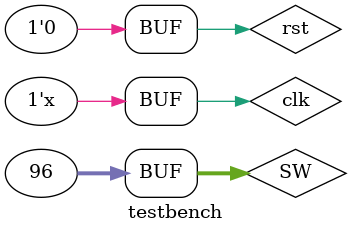
<source format=v>
`timescale 1ns / 1ps

module testbench();

reg clk = 0;
reg rst = 0;
reg [31:0] SW = 0;
wire [31:0] out;

wraper wraper_pro (.clk_i(clk),
                         .rst(rst),
                         .in(SW),
                         .out(out));

always 
begin
    
    #5 clk = ~clk;
end

initial begin
    rst = 1; #4 
    rst = 0;
    SW[31:0] = 32'b0001100000;
end

 endmodule
</source>
